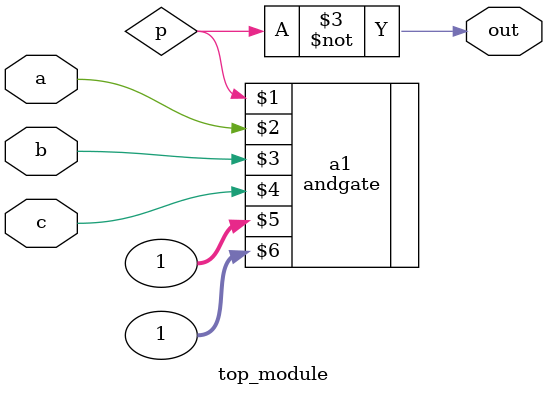
<source format=v>
module top_module (input a, input b, input c, output out);//

    wire p;

    andgate a1(p, a, b, c,1,1);
    assign out =~p;
    
endmodule

</source>
